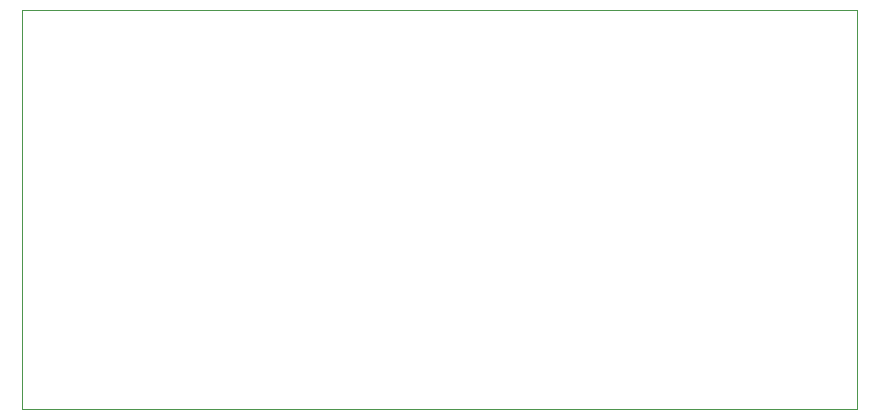
<source format=gbr>
%TF.GenerationSoftware,KiCad,Pcbnew,(6.0.7)*%
%TF.CreationDate,2023-05-11T09:52:43+08:00*%
%TF.ProjectId,ST7920 test,53543739-3230-4207-9465-73742e6b6963,rev?*%
%TF.SameCoordinates,Original*%
%TF.FileFunction,Profile,NP*%
%FSLAX46Y46*%
G04 Gerber Fmt 4.6, Leading zero omitted, Abs format (unit mm)*
G04 Created by KiCad (PCBNEW (6.0.7)) date 2023-05-11 09:52:43*
%MOMM*%
%LPD*%
G01*
G04 APERTURE LIST*
%TA.AperFunction,Profile*%
%ADD10C,0.100000*%
%TD*%
G04 APERTURE END LIST*
D10*
X69646800Y-60147200D02*
X140411200Y-60147200D01*
X140411200Y-60147200D02*
X140411200Y-93929200D01*
X140411200Y-93929200D02*
X69646800Y-93929200D01*
X69646800Y-93929200D02*
X69646800Y-60147200D01*
M02*

</source>
